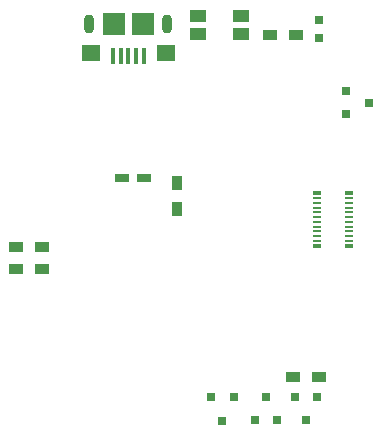
<source format=gbp>
G04 #@! TF.FileFunction,Paste,Bot*
%FSLAX46Y46*%
G04 Gerber Fmt 4.6, Leading zero omitted, Abs format (unit mm)*
G04 Created by KiCad (PCBNEW 4.0.1-stable) date Thursday, April 14, 2016 'AMt' 11:44:09 AM*
%MOMM*%
G01*
G04 APERTURE LIST*
%ADD10C,0.100000*%
%ADD11R,0.660000X0.230000*%
%ADD12R,0.660000X0.350000*%
%ADD13R,0.900000X1.200000*%
%ADD14R,1.200000X0.750000*%
%ADD15R,1.400000X1.050000*%
%ADD16R,0.797560X0.797560*%
%ADD17R,1.200000X0.900000*%
%ADD18R,0.800100X0.800100*%
%ADD19R,1.600000X1.400000*%
%ADD20R,0.400000X1.350000*%
%ADD21R,1.900000X1.900000*%
%ADD22O,0.900000X1.600000*%
G04 APERTURE END LIST*
D10*
D11*
X161005000Y-106200000D03*
X158295000Y-106200000D03*
X161005000Y-109800000D03*
X158295000Y-109800000D03*
D12*
X161005000Y-105725000D03*
X158295000Y-105725000D03*
X161005000Y-110275000D03*
X158295000Y-110275000D03*
D11*
X158295000Y-109400000D03*
X161005000Y-109400000D03*
X158295000Y-109000000D03*
X161005000Y-109000000D03*
X158295000Y-108600000D03*
X161005000Y-108600000D03*
X158295000Y-108200000D03*
X161005000Y-108200000D03*
X158295000Y-107800000D03*
X161005000Y-107800000D03*
X158295000Y-107400000D03*
X161005000Y-107400000D03*
X158295000Y-107000000D03*
X161005000Y-107000000D03*
X158295000Y-106600000D03*
X161005000Y-106600000D03*
D13*
X146400000Y-104910000D03*
X146400000Y-107110000D03*
D14*
X141750000Y-104520000D03*
X143650000Y-104520000D03*
D15*
X151790000Y-92260000D03*
X148190000Y-92260000D03*
X151790000Y-90810000D03*
X148190000Y-90810000D03*
D16*
X158450000Y-91100000D03*
X158450000Y-92598600D03*
D17*
X132800000Y-110350000D03*
X135000000Y-110350000D03*
X132800000Y-112150000D03*
X135000000Y-112150000D03*
X156514800Y-92354400D03*
X154314800Y-92354400D03*
D18*
X156375000Y-122999240D03*
X158275000Y-122999240D03*
X157325000Y-124998220D03*
D17*
X158425000Y-121350000D03*
X156225000Y-121350000D03*
D18*
X160700380Y-99050000D03*
X160700380Y-97150000D03*
X162699360Y-98100000D03*
X154875000Y-125000760D03*
X152975000Y-125000760D03*
X153925000Y-123001780D03*
X149300000Y-123050000D03*
X151200000Y-123050000D03*
X150250000Y-125048980D03*
D19*
X139100000Y-93900000D03*
X145500000Y-93900000D03*
D20*
X141000000Y-94125000D03*
X141650000Y-94125000D03*
X142300000Y-94125000D03*
X142950000Y-94125000D03*
X143600000Y-94125000D03*
D21*
X141100000Y-91450000D03*
X143500000Y-91450000D03*
D22*
X139000000Y-91450000D03*
X145600000Y-91450000D03*
M02*

</source>
